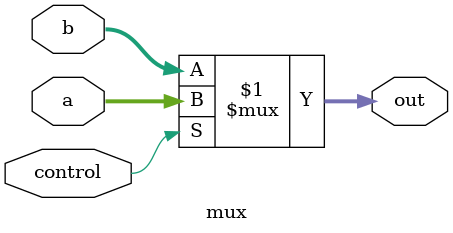
<source format=v>
module mux #(
    parameter WIDTH = 8
) (
    input [WIDTH - 1 : 0] a,
    input [WIDTH - 1 : 0] b,
    input control,
    output [WIDTH - 1 : 0] out
);
  assign out = control ? a : b;
endmodule

</source>
